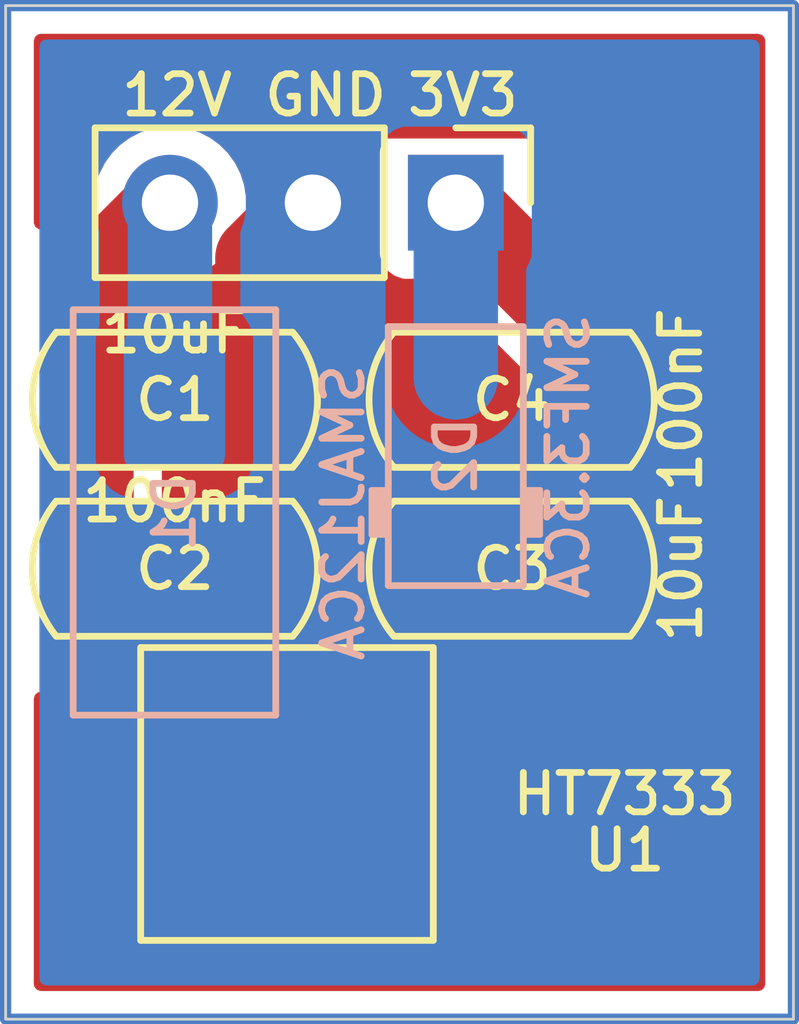
<source format=kicad_pcb>
(kicad_pcb (version 20241229) (generator "pcbnew") (generator_version "9.0")
  (layers (0 "F.Cu" signal) (2 "B.Cu" signal) (13 "F.Paste" user) (15 "B.Paste" user) (5 "F.SilkS" user "F.Silkscreen") (7 "B.SilkS" user "B.Silkscreen") (1 "F.Mask" user) (3 "B.Mask" user) (25 "Edge.Cuts" user))
  (net 0 "")
  (net 1 "+12V")
  (net 2 "GND")
  (net 3 "+3.3V")
  (footprint "PCM_Capacitor_SMD_AKL:C_1206_3216Metric" (layer "F.Cu") (at 117 66)
    (property "Reference" "C1" (at 0.007668 0 0) (layer "F.SilkS") (effects (font (size 0.7 0.7) (thickness 0.12))))
    (property "Value" "10uF" (at 0 -1.2 0) (layer "F.SilkS") (effects (font (size 0.7 0.7) (thickness 0.12))))
    (fp_line (start -2.1 1.2) (end 2.1 1.2) (stroke (width 0.12)) (layer "F.SilkS"))
    (fp_line (start 2.1 -1.2) (end -2.1 -1.2) (stroke (width 0.12)) (layer "F.SilkS"))
    (fp_arc (start -2.1 1.2) (mid -2.526625 0) (end -2.1 -1.2) (stroke (width 0.12)) (layer "F.SilkS"))
    (fp_arc (start 2.1 -1.2) (mid 2.541962 0) (end 2.1 1.2) (stroke (width 0.12)) (layer "F.SilkS"))
    (pad "1" smd roundrect (at -1.475 0) (size 1.15 1.8) (layers "F.Cu" "F.Mask" "F.Paste") (roundrect_rratio 0.217391) (net 1 "+12V"))
    (pad "2" smd roundrect (at 1.475 0) (size 1.15 1.8) (layers "F.Cu" "F.Mask" "F.Paste") (roundrect_rratio 0.217391) (net 2 "GND"))
  )
  (footprint "PCM_Capacitor_SMD_AKL:C_1206_3216Metric" (layer "F.Cu") (at 123 66 180)
    (property "Reference" "C4" (at 0.007668 0 0) (layer "F.SilkS") (effects (font (size 0.7 0.7) (thickness 0.12))))
    (property "Value" "100nF" (at -3 0 90) (layer "F.SilkS") (effects (font (size 0.7 0.7) (thickness 0.12))))
    (fp_line (start 2.1 -1.2) (end -2.1 -1.2) (stroke (width 0.12)) (layer "F.SilkS"))
    (fp_line (start -2.1 1.2) (end 2.1 1.2) (stroke (width 0.12)) (layer "F.SilkS"))
    (fp_arc (start 2.1 -1.2) (mid 2.541962 0) (end 2.1 1.2) (stroke (width 0.12)) (layer "F.SilkS"))
    (fp_arc (start -2.1 1.2) (mid -2.526625 0) (end -2.1 -1.2) (stroke (width 0.12)) (layer "F.SilkS"))
    (pad "1" smd roundrect (at -1.475 0 180) (size 1.15 1.8) (layers "F.Cu" "F.Mask" "F.Paste") (roundrect_rratio 0.217391) (net 3 "+3.3V"))
    (pad "2" smd roundrect (at 1.475 0 180) (size 1.15 1.8) (layers "F.Cu" "F.Mask" "F.Paste") (roundrect_rratio 0.217391) (net 2 "GND"))
  )
  (footprint "PCM_Package_TO_SOT_SMD_AKL:SOT-89-3" (layer "F.Cu") (at 119 73 180)
    (property "Reference" "U1" (at -6 -1 0) (layer "F.SilkS") (effects (font (size 0.7 0.7) (thickness 0.12))))
    (property "Value" "HT7333" (at -6 0 0) (layer "F.SilkS") (effects (font (size 0.7 0.7) (thickness 0.12))))
    (fp_line (start 2.6 2.6) (end 2.6 -2.6) (stroke (width 0.12)) (layer "F.SilkS"))
    (fp_line (start 2.6 -2.6) (end -2.6 -2.6) (stroke (width 0.12)) (layer "F.SilkS"))
    (fp_line (start -2.6 2.6) (end 2.6 2.6) (stroke (width 0.12)) (layer "F.SilkS"))
    (fp_line (start -2.6 -2.6) (end -2.6 2.6) (stroke (width 0.12)) (layer "F.SilkS"))
    (pad "1" smd roundrect (at -1.65 -1.5 180) (size 1.3 0.9) (layers "F.Cu" "F.Mask" "F.Paste") (net 2 "GND"))
    (pad "2" smd roundrect (at -1.45 0 180) (size 1.7 0.9) (layers "F.Cu" "F.Mask" "F.Paste") (net 1 "+12V"))
    (pad "2" smd roundrect (at 0.74 0 270) (size 1.733 3.125) (layers "F.Cu" "F.Mask" "F.Paste") (roundrect_rratio 0.1442585113) (net 1 "+12V"))
    (pad "3" smd roundrect (at -1.65 1.5 180) (size 1.3 0.9) (layers "F.Cu" "F.Mask" "F.Paste") (net 3 "+3.3V"))
  )
  (footprint "PCM_Capacitor_SMD_AKL:C_1206_3216Metric" (layer "F.Cu") (at 117 69)
    (property "Reference" "C2" (at 0.007668 0 0) (layer "F.SilkS") (effects (font (size 0.7 0.7) (thickness 0.12))))
    (property "Value" "100nF" (at 0 -1.2 0) (layer "F.SilkS") (effects (font (size 0.7 0.7) (thickness 0.12))))
    (fp_line (start -2.1 1.2) (end 2.1 1.2) (stroke (width 0.12)) (layer "F.SilkS"))
    (fp_line (start 2.1 -1.2) (end -2.1 -1.2) (stroke (width 0.12)) (layer "F.SilkS"))
    (fp_arc (start -2.1 1.2) (mid -2.526625 0) (end -2.1 -1.2) (stroke (width 0.12)) (layer "F.SilkS"))
    (fp_arc (start 2.1 -1.2) (mid 2.541962 0) (end 2.1 1.2) (stroke (width 0.12)) (layer "F.SilkS"))
    (pad "1" smd roundrect (at -1.475 0) (size 1.15 1.8) (layers "F.Cu" "F.Mask" "F.Paste") (roundrect_rratio 0.217391) (net 1 "+12V"))
    (pad "2" smd roundrect (at 1.475 0) (size 1.15 1.8) (layers "F.Cu" "F.Mask" "F.Paste") (roundrect_rratio 0.217391) (net 2 "GND"))
  )
  (footprint "PCM_Capacitor_SMD_AKL:C_1206_3216Metric" (layer "F.Cu") (at 123 69 180)
    (property "Reference" "C3" (at 0 0 0) (layer "F.SilkS") (effects (font (size 0.7 0.7) (thickness 0.12))))
    (property "Value" "10uF" (at -3 0 90) (layer "F.SilkS") (effects (font (size 0.7 0.7) (thickness 0.12))))
    (fp_line (start 2.1 -1.2) (end -2.1 -1.2) (stroke (width 0.12)) (layer "F.SilkS"))
    (fp_line (start -2.1 1.2) (end 2.1 1.2) (stroke (width 0.12)) (layer "F.SilkS"))
    (fp_arc (start 2.1 -1.2) (mid 2.541962 0) (end 2.1 1.2) (stroke (width 0.12)) (layer "F.SilkS"))
    (fp_arc (start -2.1 1.2) (mid -2.526625 0) (end -2.1 -1.2) (stroke (width 0.12)) (layer "F.SilkS"))
    (pad "1" smd roundrect (at -1.475 0 180) (size 1.15 1.8) (layers "F.Cu" "F.Mask" "F.Paste") (roundrect_rratio 0.217391) (net 3 "+3.3V"))
    (pad "2" smd roundrect (at 1.475 0 180) (size 1.15 1.8) (layers "F.Cu" "F.Mask" "F.Paste") (roundrect_rratio 0.217391) (net 2 "GND"))
  )
  (footprint "Connector_PinHeader_2.54mm:PinHeader_1x03_P2.54mm_Vertical" (layer "F.Cu") (at 122 62.5 -90)
    (property "Reference" "J1" (hide yes))
    (property "Value" "Conn_01x03" (hide yes))
    (fp_line (start -1.33 6.41) (end 1.33 6.41) (stroke (width 0.12)) (layer "F.SilkS"))
    (fp_line (start -1.33 1.27) (end -1.33 6.41) (stroke (width 0.12)) (layer "F.SilkS"))
    (fp_line (start -1.33 1.27) (end 1.33 1.27) (stroke (width 0.12)) (layer "F.SilkS"))
    (fp_line (start 1.33 1.27) (end 1.33 6.41) (stroke (width 0.12)) (layer "F.SilkS"))
    (fp_line (start -1.33 0) (end -1.33 -1.33) (stroke (width 0.12)) (layer "F.SilkS"))
    (fp_line (start -1.33 -1.33) (end 0 -1.33) (stroke (width 0.12)) (layer "F.SilkS"))
    (pad "1" thru_hole rect (at 0 0 270) (size 1.7 1.7) (drill 1) (layers "*.Cu" "*.Mask") (net 3 "+3.3V"))
    (pad "2" thru_hole oval (at 0 2.54 270) (size 1.7 1.7) (drill 1) (layers "*.Cu" "*.Mask") (net 2 "GND"))
    (pad "3" thru_hole oval (at 0 5.08 270) (size 1.7 1.7) (drill 1) (layers "*.Cu" "*.Mask") (net 1 "+12V"))
  )
  (footprint "PCM_Diode_SMD_AKL:D_SMA_TVS" (layer "B.Cu") (at 117 68 90)
    (property "Reference" "D1" (at 0 0 90) (layer "B.SilkS") (effects (font (size 0.7 0.7) (thickness 0.12)) (justify mirror)))
    (property "Value" "SMAJ12CA" (at 0 3 90) (layer "B.SilkS") (effects (font (size 0.7 0.7) (thickness 0.12)) (justify mirror)))
    (fp_line (start 3.6 -1.8) (end 3.6 1.8) (stroke (width 0.12)) (layer "B.SilkS"))
    (fp_line (start -3.6 -1.8) (end 3.6 -1.8) (stroke (width 0.12)) (layer "B.SilkS"))
    (fp_line (start 3.6 1.8) (end -3.6 1.8) (stroke (width 0.12)) (layer "B.SilkS"))
    (fp_line (start -3.6 1.8) (end -3.6 -1.8) (stroke (width 0.12)) (layer "B.SilkS"))
    (pad "1" smd roundrect (at -2 0 90) (size 2.5 1.8) (layers "B.Cu" "B.Mask" "B.Paste") (roundrect_rratio 0.1388888889) (net 2 "GND"))
    (pad "2" smd roundrect (at 2 0 90) (size 2.5 1.8) (layers "B.Cu" "B.Mask" "B.Paste") (roundrect_rratio 0.1388888889) (net 1 "+12V"))
  )
  (footprint "PCM_Diode_SMD_AKL:D_SOD-123F" (layer "B.Cu") (at 122 67 90)
    (property "Reference" "D2" (at 0 0 90) (layer "B.SilkS") (effects (font (size 0.7 0.7) (thickness 0.12)) (justify mirror)))
    (property "Value" "SMF3.3CA" (at 0 2 90) (layer "B.SilkS") (effects (font (size 0.7 0.7) (thickness 0.12)) (justify mirror)))
    (fp_line (start 2.3 -1.2) (end 2.3 1.2) (stroke (width 0.12)) (layer "B.SilkS"))
    (fp_line (start -2.3 -1.2) (end 2.3 -1.2) (stroke (width 0.12)) (layer "B.SilkS"))
    (fp_line (start 2.3 1.2) (end -2.3 1.2) (stroke (width 0.12)) (layer "B.SilkS"))
    (fp_line (start -2.3 1.2) (end -2.3 -1.2) (stroke (width 0.12)) (layer "B.SilkS"))
    (fp_poly (pts (xy -0.6 -1.5) (xy -1.4 -1.5) (xy -1.4 -1.2) (xy -0.6 -1.2)) (stroke (width 0.1)) (fill yes) (layer "B.SilkS"))
    (fp_poly (pts (xy -0.6 1.2) (xy -1.4 1.2) (xy -1.4 1.5) (xy -0.6 1.5)) (stroke (width 0.1)) (fill yes) (layer "B.SilkS"))
    (pad "1" smd roundrect (at -1.4 0 90) (size 1.1 1.1) (layers "B.Cu" "B.Mask" "B.Paste") (roundrect_rratio 0.2272727273) (net 2 "GND"))
    (pad "2" smd roundrect (at 1.4 0 90) (size 1.1 1.1) (layers "B.Cu" "B.Mask" "B.Paste") (roundrect_rratio 0.2272727273) (net 3 "+3.3V"))
  )
  (gr_rect (start 114 59) (end 128 77) (stroke (width 0.2)) (fill no) (layer "B.Cu"))
  (gr_rect (start 114 59) (end 128 77) (stroke (width 0.05)) (fill no) (layer "Edge.Cuts"))
  (gr_text "GND" (at 118.54 61 0) (layer "F.SilkS") (effects (font (size 0.7 0.7) (thickness 0.12) (bold yes)) (justify left bottom)))
  (gr_text "12V" (at 116 61 0) (layer "F.SilkS") (effects (font (size 0.7 0.7) (thickness 0.12) (bold yes)) (justify left bottom)))
  (gr_text "3V3" (at 121.08 61 0) (layer "F.SilkS") (effects (font (size 0.7 0.7) (thickness 0.12) (bold yes)) (justify left bottom)))
  (segment (start 115.525 66) (end 115.525 63.895) (width 1.5) (layer "F.Cu") (net 1))
  (segment (start 115.525 69) (end 115.525 70.265) (width 1.5) (layer "F.Cu") (net 1))
  (segment (start 115.525 70.265) (end 118.26 73) (width 1.5) (layer "F.Cu") (net 1))
  (segment (start 115.525 69) (end 115.525 66) (width 1.5) (layer "F.Cu") (net 1))
  (segment (start 115.525 63.895) (end 116.92 62.5) (width 1.5) (layer "F.Cu") (net 1))
  (segment (start 116.92 62.5) (end 116.92 65.92) (width 1.5) (layer "B.Cu") (net 1))
  (segment (start 116.92 65.92) (end 117 66) (width 1.5) (layer "B.Cu") (net 1))
  (segment (start 120.18 60.61) (end 123.79 60.61) (width 1.5) (layer "F.Cu") (net 2))
  (segment (start 119.46 62.5) (end 119.46 61.33) (width 1.5) (layer "F.Cu") (net 2))
  (segment (start 123.79 60.61) (end 126.33 63.15) (width 1.5) (layer "F.Cu") (net 2))
  (segment (start 121.525 69) (end 121.525 66) (width 1.5) (layer "F.Cu") (net 2))
  (segment (start 119.46 61.33) (end 120.18 60.61) (width 1.5) (layer "F.Cu") (net 2))
  (segment (start 126.33 63.15) (end 126.33 71.25) (width 1.5) (layer "F.Cu") (net 2))
  (segment (start 123.08 74.5) (end 120.65 74.5) (width 1.5) (layer "F.Cu") (net 2))
  (segment (start 118.475 69) (end 118.475 66) (width 1.5) (layer "F.Cu") (net 2))
  (segment (start 118.475 63.485) (end 119.46 62.5) (width 1.5) (layer "F.Cu") (net 2))
  (segment (start 118.475 66) (end 118.475 63.485) (width 1.5) (layer "F.Cu") (net 2))
  (segment (start 121.525 69) (end 118.475 69) (width 1.5) (layer "F.Cu") (net 2))
  (segment (start 126.33 71.25) (end 123.08 74.5) (width 1.5) (layer "F.Cu") (net 2))
  (segment (start 119.46 63.935) (end 121.525 66) (width 1.5) (layer "F.Cu") (net 2))
  (segment (start 119.46 62.5) (end 119.46 63.935) (width 1.5) (layer "F.Cu") (net 2))
  (segment (start 119.46 62.5) (end 119.46 67.54) (width 1.5) (layer "B.Cu") (net 2))
  (segment (start 122 68.4) (end 120.32 68.4) (width 1.5) (layer "B.Cu") (net 2))
  (segment (start 120.32 68.4) (end 119.46 67.54) (width 1.5) (layer "B.Cu") (net 2))
  (segment (start 119.46 67.54) (end 117 70) (width 1.5) (layer "B.Cu") (net 2))
  (segment (start 124.475 66) (end 124.475 64.975) (width 1.5) (layer "F.Cu") (net 3))
  (segment (start 124.475 69) (end 124.475 66) (width 1.5) (layer "F.Cu") (net 3))
  (segment (start 123.26 71.5) (end 124.475 70.285) (width 1.5) (layer "F.Cu") (net 3))
  (segment (start 124.475 64.975) (end 122 62.5) (width 1.5) (layer "F.Cu") (net 3))
  (segment (start 120.65 71.5) (end 123.26 71.5) (width 1.5) (layer "F.Cu") (net 3))
  (segment (start 124.475 70.285) (end 124.475 69) (width 1.5) (layer "F.Cu") (net 3))
  (segment (start 122 62.5) (end 122 65.6) (width 1.5) (layer "B.Cu") (net 3))
  (zone (net 2) (net_name "GND") (layers "F.Cu" "B.Cu") (name "GND") (priority 3) (connect_pads yes (clearance 0.5)) (min_thickness 0.25) (fill yes (thermal_gap 0.5) (thermal_bridge_width 0.5))
    (polygon (pts (xy 114 59) (xy 128 59) (xy 128 77) (xy 114 77)))
  )
)
</source>
